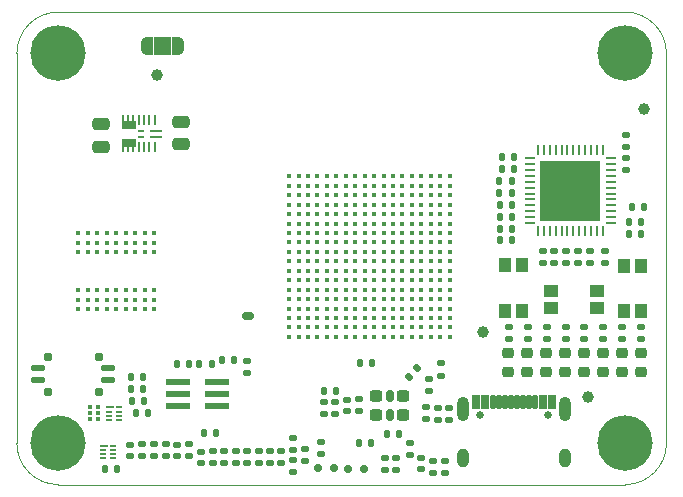
<source format=gts>
G04 #@! TF.GenerationSoftware,KiCad,Pcbnew,9.0.2+dfsg-1*
G04 #@! TF.CreationDate,2025-11-26T16:26:47+01:00*
G04 #@! TF.ProjectId,ulx5m-gs,756c7835-6d2d-4677-932e-6b696361645f,rev?*
G04 #@! TF.SameCoordinates,Original*
G04 #@! TF.FileFunction,Soldermask,Top*
G04 #@! TF.FilePolarity,Negative*
%FSLAX46Y46*%
G04 Gerber Fmt 4.6, Leading zero omitted, Abs format (unit mm)*
G04 Created by KiCad (PCBNEW 9.0.2+dfsg-1) date 2025-11-26 16:26:47*
%MOMM*%
%LPD*%
G01*
G04 APERTURE LIST*
G04 Aperture macros list*
%AMRoundRect*
0 Rectangle with rounded corners*
0 $1 Rounding radius*
0 $2 $3 $4 $5 $6 $7 $8 $9 X,Y pos of 4 corners*
0 Add a 4 corners polygon primitive as box body*
4,1,4,$2,$3,$4,$5,$6,$7,$8,$9,$2,$3,0*
0 Add four circle primitives for the rounded corners*
1,1,$1+$1,$2,$3*
1,1,$1+$1,$4,$5*
1,1,$1+$1,$6,$7*
1,1,$1+$1,$8,$9*
0 Add four rect primitives between the rounded corners*
20,1,$1+$1,$2,$3,$4,$5,0*
20,1,$1+$1,$4,$5,$6,$7,0*
20,1,$1+$1,$6,$7,$8,$9,0*
20,1,$1+$1,$8,$9,$2,$3,0*%
%AMFreePoly0*
4,1,23,0.550000,-0.750000,0.000000,-0.750000,0.000000,-0.745722,-0.065263,-0.745722,-0.191342,-0.711940,-0.304381,-0.646677,-0.396677,-0.554381,-0.461940,-0.441342,-0.495722,-0.315263,-0.495722,-0.250000,-0.500000,-0.250000,-0.500000,0.250000,-0.495722,0.250000,-0.495722,0.315263,-0.461940,0.441342,-0.396677,0.554381,-0.304381,0.646677,-0.191342,0.711940,-0.065263,0.745722,0.000000,0.745722,
0.000000,0.750000,0.550000,0.750000,0.550000,-0.750000,0.550000,-0.750000,$1*%
%AMFreePoly1*
4,1,23,0.000000,0.745722,0.065263,0.745722,0.191342,0.711940,0.304381,0.646677,0.396677,0.554381,0.461940,0.441342,0.495722,0.315263,0.495722,0.250000,0.500000,0.250000,0.500000,-0.250000,0.495722,-0.250000,0.495722,-0.315263,0.461940,-0.441342,0.396677,-0.554381,0.304381,-0.646677,0.191342,-0.711940,0.065263,-0.745722,0.000000,-0.745722,0.000000,-0.750000,-0.550000,-0.750000,
-0.550000,0.750000,0.000000,0.750000,0.000000,0.745722,0.000000,0.745722,$1*%
G04 Aperture macros list end*
%ADD10C,0.100000*%
%ADD11RoundRect,0.135000X0.185000X-0.135000X0.185000X0.135000X-0.185000X0.135000X-0.185000X-0.135000X0*%
%ADD12RoundRect,0.135000X0.135000X0.185000X-0.135000X0.185000X-0.135000X-0.185000X0.135000X-0.185000X0*%
%ADD13RoundRect,0.140000X-0.170000X0.140000X-0.170000X-0.140000X0.170000X-0.140000X0.170000X0.140000X0*%
%ADD14RoundRect,0.218750X-0.256250X0.218750X-0.256250X-0.218750X0.256250X-0.218750X0.256250X0.218750X0*%
%ADD15RoundRect,0.140000X0.170000X-0.140000X0.170000X0.140000X-0.170000X0.140000X-0.170000X-0.140000X0*%
%ADD16C,4.700000*%
%ADD17C,0.400000*%
%ADD18R,1.150000X1.050000*%
%ADD19RoundRect,0.135000X-0.185000X0.135000X-0.185000X-0.135000X0.185000X-0.135000X0.185000X0.135000X0*%
%ADD20RoundRect,0.250000X0.475000X-0.250000X0.475000X0.250000X-0.475000X0.250000X-0.475000X-0.250000X0*%
%ADD21RoundRect,0.135000X-0.135000X-0.185000X0.135000X-0.185000X0.135000X0.185000X-0.135000X0.185000X0*%
%ADD22C,1.000000*%
%ADD23RoundRect,0.135000X-0.035355X0.226274X-0.226274X0.035355X0.035355X-0.226274X0.226274X-0.035355X0*%
%ADD24RoundRect,0.150000X0.150000X0.200000X-0.150000X0.200000X-0.150000X-0.200000X0.150000X-0.200000X0*%
%ADD25R,0.650000X0.200000*%
%ADD26R,0.600000X0.200000*%
%ADD27RoundRect,0.147500X0.172500X-0.147500X0.172500X0.147500X-0.172500X0.147500X-0.172500X-0.147500X0*%
%ADD28C,0.650000*%
%ADD29RoundRect,0.070000X0.150000X0.500000X-0.150000X0.500000X-0.150000X-0.500000X0.150000X-0.500000X0*%
%ADD30RoundRect,0.070000X-0.150000X-0.500000X0.150000X-0.500000X0.150000X0.500000X-0.150000X0.500000X0*%
%ADD31RoundRect,0.070000X0.300000X0.500000X-0.300000X0.500000X-0.300000X-0.500000X0.300000X-0.500000X0*%
%ADD32RoundRect,0.070000X-0.300000X-0.500000X0.300000X-0.500000X0.300000X0.500000X-0.300000X0.500000X0*%
%ADD33O,1.000000X1.600000*%
%ADD34O,1.000000X2.100000*%
%ADD35R,1.050000X1.150000*%
%ADD36RoundRect,0.062500X-0.062500X0.375000X-0.062500X-0.375000X0.062500X-0.375000X0.062500X0.375000X0*%
%ADD37RoundRect,0.062500X-0.375000X0.062500X-0.375000X-0.062500X0.375000X-0.062500X0.375000X0.062500X0*%
%ADD38R,5.150000X5.150000*%
%ADD39RoundRect,0.250000X-0.275000X0.250000X-0.275000X-0.250000X0.275000X-0.250000X0.275000X0.250000X0*%
%ADD40RoundRect,0.162500X-0.162500X0.337500X-0.162500X-0.337500X0.162500X-0.337500X0.162500X0.337500X0*%
%ADD41RoundRect,0.125000X0.475000X0.125000X-0.475000X0.125000X-0.475000X-0.125000X0.475000X-0.125000X0*%
%ADD42RoundRect,0.175000X0.175000X0.175000X-0.175000X0.175000X-0.175000X-0.175000X0.175000X-0.175000X0*%
%ADD43FreePoly0,0.000000*%
%ADD44R,1.000000X1.500000*%
%ADD45FreePoly1,0.000000*%
%ADD46R,0.370000X0.425000*%
%ADD47RoundRect,0.150000X0.350000X0.150000X-0.350000X0.150000X-0.350000X-0.150000X0.350000X-0.150000X0*%
%ADD48R,0.203200X0.812800*%
%ADD49R,0.203200X0.508000*%
%ADD50R,1.092200X0.254000*%
%ADD51R,0.508000X0.254000*%
%ADD52R,2.000000X0.500000*%
%ADD53C,0.450000*%
G04 #@! TA.AperFunction,Profile*
%ADD54C,0.100000*%
G04 #@! TD*
G04 APERTURE END LIST*
G36*
X70785000Y-59590000D02*
G01*
X72285000Y-59590000D01*
X72285000Y-61090000D01*
X70785000Y-61090000D01*
X70785000Y-59590000D01*
G37*
D10*
X69176602Y-67325000D02*
X68073401Y-67325000D01*
X68073401Y-66727000D01*
X69176602Y-66727000D01*
X69176602Y-67325000D01*
G36*
X69176602Y-67325000D02*
G01*
X68073401Y-67325000D01*
X68073401Y-66727000D01*
X69176602Y-66727000D01*
X69176602Y-67325000D01*
G37*
X69176602Y-68823000D02*
X68073401Y-68823000D01*
X68073401Y-68225000D01*
X69176602Y-68225000D01*
X69176602Y-68823000D01*
G36*
X69176602Y-68823000D02*
G01*
X68073401Y-68823000D01*
X68073401Y-68225000D01*
X69176602Y-68225000D01*
X69176602Y-68823000D01*
G37*
D11*
X73810000Y-95090000D03*
X73810000Y-94070000D03*
D12*
X101270000Y-70740000D03*
X100250000Y-70740000D03*
D13*
X93870000Y-90930000D03*
X93870000Y-91890000D03*
D14*
X107230000Y-86352500D03*
X107230000Y-87927500D03*
D15*
X76760000Y-95630000D03*
X76760000Y-94670000D03*
D16*
X62710000Y-93980000D03*
D17*
X82260000Y-71380000D03*
X83060000Y-71380000D03*
X83860000Y-71380000D03*
X84660000Y-71380000D03*
X85460000Y-71380000D03*
X86260000Y-71380000D03*
X87060000Y-71380000D03*
X87860000Y-71380000D03*
X88660000Y-71380000D03*
X89460000Y-71380000D03*
X90260000Y-71380000D03*
X91060000Y-71380000D03*
X91860000Y-71380000D03*
X92660000Y-71380000D03*
X93460000Y-71380000D03*
X94260000Y-71380000D03*
X95060000Y-71380000D03*
X95860000Y-71380000D03*
X82260000Y-72180000D03*
X83060000Y-72180000D03*
X83860000Y-72180000D03*
X84660000Y-72180000D03*
X85460000Y-72180000D03*
X86260000Y-72180000D03*
X87060000Y-72180000D03*
X87860000Y-72180000D03*
X88660000Y-72180000D03*
X89460000Y-72180000D03*
X90260000Y-72180000D03*
X91060000Y-72180000D03*
X91860000Y-72180000D03*
X92660000Y-72180000D03*
X93460000Y-72180000D03*
X94260000Y-72180000D03*
X95060000Y-72180000D03*
X95860000Y-72180000D03*
X82260000Y-72980000D03*
X83060000Y-72980000D03*
X83860000Y-72980000D03*
X84660000Y-72980000D03*
X85460000Y-72980000D03*
X86260000Y-72980000D03*
X87060000Y-72980000D03*
X87860000Y-72980000D03*
X88660000Y-72980000D03*
X89460000Y-72980000D03*
X90260000Y-72980000D03*
X91060000Y-72980000D03*
X91860000Y-72980000D03*
X92660000Y-72980000D03*
X93460000Y-72980000D03*
X94260000Y-72980000D03*
X95060000Y-72980000D03*
X95860000Y-72980000D03*
X82260000Y-73780000D03*
X83060000Y-73780000D03*
X83860000Y-73780000D03*
X84660000Y-73780000D03*
X85460000Y-73780000D03*
X86260000Y-73780000D03*
X87060000Y-73780000D03*
X87860000Y-73780000D03*
X88660000Y-73780000D03*
X89460000Y-73780000D03*
X90260000Y-73780000D03*
X91060000Y-73780000D03*
X91860000Y-73780000D03*
X92660000Y-73780000D03*
X93460000Y-73780000D03*
X94260000Y-73780000D03*
X95060000Y-73780000D03*
X95860000Y-73780000D03*
X82260000Y-74580000D03*
X83060000Y-74580000D03*
X83860000Y-74580000D03*
X84660000Y-74580000D03*
X85460000Y-74580000D03*
X86260000Y-74580000D03*
X87060000Y-74580000D03*
X87860000Y-74580000D03*
X88660000Y-74580000D03*
X89460000Y-74580000D03*
X90260000Y-74580000D03*
X91060000Y-74580000D03*
X91860000Y-74580000D03*
X92660000Y-74580000D03*
X93460000Y-74580000D03*
X94260000Y-74580000D03*
X95060000Y-74580000D03*
X95860000Y-74580000D03*
X82260000Y-75380000D03*
X83060000Y-75380000D03*
X83860000Y-75380000D03*
X84660000Y-75380000D03*
X85460000Y-75380000D03*
X86260000Y-75380000D03*
X87060000Y-75380000D03*
X87860000Y-75380000D03*
X88660000Y-75380000D03*
X89460000Y-75380000D03*
X90260000Y-75380000D03*
X91060000Y-75380000D03*
X91860000Y-75380000D03*
X92660000Y-75380000D03*
X93460000Y-75380000D03*
X94260000Y-75380000D03*
X95060000Y-75380000D03*
X95860000Y-75380000D03*
X82260000Y-76180000D03*
X83060000Y-76180000D03*
X83860000Y-76180000D03*
X84660000Y-76180000D03*
X85460000Y-76180000D03*
X86260000Y-76180000D03*
X87060000Y-76180000D03*
X87860000Y-76180000D03*
X88660000Y-76180000D03*
X89460000Y-76180000D03*
X90260000Y-76180000D03*
X91060000Y-76180000D03*
X91860000Y-76180000D03*
X92660000Y-76180000D03*
X93460000Y-76180000D03*
X94260000Y-76180000D03*
X95060000Y-76180000D03*
X95860000Y-76180000D03*
X82260000Y-76980000D03*
X83060000Y-76980000D03*
X83860000Y-76980000D03*
X84660000Y-76980000D03*
X85460000Y-76980000D03*
X86260000Y-76980000D03*
X87060000Y-76980000D03*
X87860000Y-76980000D03*
X88660000Y-76980000D03*
X89460000Y-76980000D03*
X90260000Y-76980000D03*
X91060000Y-76980000D03*
X91860000Y-76980000D03*
X92660000Y-76980000D03*
X93460000Y-76980000D03*
X94260000Y-76980000D03*
X95060000Y-76980000D03*
X95860000Y-76980000D03*
X82260000Y-77780000D03*
X83060000Y-77780000D03*
X83860000Y-77780000D03*
X84660000Y-77780000D03*
X85460000Y-77780000D03*
X86260000Y-77780000D03*
X87060000Y-77780000D03*
X87860000Y-77780000D03*
X88660000Y-77780000D03*
X89460000Y-77780000D03*
X90260000Y-77780000D03*
X91060000Y-77780000D03*
X91860000Y-77780000D03*
X92660000Y-77780000D03*
X93460000Y-77780000D03*
X94260000Y-77780000D03*
X95060000Y-77780000D03*
X95860000Y-77780000D03*
X82260000Y-78580000D03*
X83060000Y-78580000D03*
X83860000Y-78580000D03*
X84660000Y-78580000D03*
X85460000Y-78580000D03*
X86260000Y-78580000D03*
X87060000Y-78580000D03*
X87860000Y-78580000D03*
X88660000Y-78580000D03*
X89460000Y-78580000D03*
X90260000Y-78580000D03*
X91060000Y-78580000D03*
X91860000Y-78580000D03*
X92660000Y-78580000D03*
X93460000Y-78580000D03*
X94260000Y-78580000D03*
X95060000Y-78580000D03*
X95860000Y-78580000D03*
X82260000Y-79380000D03*
X83060000Y-79380000D03*
X83860000Y-79380000D03*
X84660000Y-79380000D03*
X85460000Y-79380000D03*
X86260000Y-79380000D03*
X87060000Y-79380000D03*
X87860000Y-79380000D03*
X88660000Y-79380000D03*
X89460000Y-79380000D03*
X90260000Y-79380000D03*
X91060000Y-79380000D03*
X91860000Y-79380000D03*
X92660000Y-79380000D03*
X93460000Y-79380000D03*
X94260000Y-79380000D03*
X95060000Y-79380000D03*
X95860000Y-79380000D03*
X82260000Y-80180000D03*
X83060000Y-80180000D03*
X83860000Y-80180000D03*
X84660000Y-80180000D03*
X85460000Y-80180000D03*
X86260000Y-80180000D03*
X87060000Y-80180000D03*
X87860000Y-80180000D03*
X88660000Y-80180000D03*
X89460000Y-80180000D03*
X90260000Y-80180000D03*
X91060000Y-80180000D03*
X91860000Y-80180000D03*
X92660000Y-80180000D03*
X93460000Y-80180000D03*
X94260000Y-80180000D03*
X95060000Y-80180000D03*
X95860000Y-80180000D03*
X82260000Y-80980000D03*
X83060000Y-80980000D03*
X83860000Y-80980000D03*
X84660000Y-80980000D03*
X85460000Y-80980000D03*
X86260000Y-80980000D03*
X87060000Y-80980000D03*
X87860000Y-80980000D03*
X88660000Y-80980000D03*
X89460000Y-80980000D03*
X90260000Y-80980000D03*
X91060000Y-80980000D03*
X91860000Y-80980000D03*
X92660000Y-80980000D03*
X93460000Y-80980000D03*
X94260000Y-80980000D03*
X95060000Y-80980000D03*
X95860000Y-80980000D03*
X82260000Y-81780000D03*
X83060000Y-81780000D03*
X83860000Y-81780000D03*
X84660000Y-81780000D03*
X85460000Y-81780000D03*
X86260000Y-81780000D03*
X87060000Y-81780000D03*
X87860000Y-81780000D03*
X88660000Y-81780000D03*
X89460000Y-81780000D03*
X90260000Y-81780000D03*
X91060000Y-81780000D03*
X91860000Y-81780000D03*
X92660000Y-81780000D03*
X93460000Y-81780000D03*
X94260000Y-81780000D03*
X95060000Y-81780000D03*
X95860000Y-81780000D03*
X82260000Y-82580000D03*
X83060000Y-82580000D03*
X83860000Y-82580000D03*
X84660000Y-82580000D03*
X85460000Y-82580000D03*
X86260000Y-82580000D03*
X87060000Y-82580000D03*
X87860000Y-82580000D03*
X88660000Y-82580000D03*
X89460000Y-82580000D03*
X90260000Y-82580000D03*
X91060000Y-82580000D03*
X91860000Y-82580000D03*
X92660000Y-82580000D03*
X93460000Y-82580000D03*
X94260000Y-82580000D03*
X95060000Y-82580000D03*
X95860000Y-82580000D03*
X82260000Y-83380000D03*
X83060000Y-83380000D03*
X83860000Y-83380000D03*
X84660000Y-83380000D03*
X85460000Y-83380000D03*
X86260000Y-83380000D03*
X87060000Y-83380000D03*
X87860000Y-83380000D03*
X88660000Y-83380000D03*
X89460000Y-83380000D03*
X90260000Y-83380000D03*
X91060000Y-83380000D03*
X91860000Y-83380000D03*
X92660000Y-83380000D03*
X93460000Y-83380000D03*
X94260000Y-83380000D03*
X95060000Y-83380000D03*
X95860000Y-83380000D03*
X82260000Y-84180000D03*
X83060000Y-84180000D03*
X83860000Y-84180000D03*
X84660000Y-84180000D03*
X85460000Y-84180000D03*
X86260000Y-84180000D03*
X87060000Y-84180000D03*
X87860000Y-84180000D03*
X88660000Y-84180000D03*
X89460000Y-84180000D03*
X90260000Y-84180000D03*
X91060000Y-84180000D03*
X91860000Y-84180000D03*
X92660000Y-84180000D03*
X93460000Y-84180000D03*
X94260000Y-84180000D03*
X95060000Y-84180000D03*
X95860000Y-84180000D03*
X82260000Y-84980000D03*
X83060000Y-84980000D03*
X83860000Y-84980000D03*
X84660000Y-84980000D03*
X85460000Y-84980000D03*
X86260000Y-84980000D03*
X87060000Y-84980000D03*
X87860000Y-84980000D03*
X88660000Y-84980000D03*
X89460000Y-84980000D03*
X90260000Y-84980000D03*
X91060000Y-84980000D03*
X91860000Y-84980000D03*
X92660000Y-84980000D03*
X93460000Y-84980000D03*
X94260000Y-84980000D03*
X95060000Y-84980000D03*
X95860000Y-84980000D03*
D15*
X81610000Y-95630000D03*
X81610000Y-94670000D03*
D12*
X112045000Y-75290000D03*
X111025000Y-75290000D03*
D14*
X112030000Y-86352500D03*
X112030000Y-87927500D03*
D15*
X87160000Y-91240000D03*
X87160000Y-90280000D03*
D18*
X108298748Y-82540000D03*
X104448748Y-82540000D03*
X108298748Y-81090000D03*
X104448748Y-81090000D03*
D11*
X105670000Y-85157500D03*
X105670000Y-84137500D03*
D13*
X90370000Y-95250000D03*
X90370000Y-96210000D03*
D19*
X95430000Y-95500000D03*
X95430000Y-96520000D03*
D20*
X66355000Y-68860000D03*
X66355000Y-66960000D03*
D19*
X103715000Y-77690000D03*
X103715000Y-78710000D03*
D21*
X88260000Y-87210000D03*
X89280000Y-87210000D03*
D12*
X73750000Y-87280000D03*
X72730000Y-87280000D03*
D19*
X110775000Y-69820000D03*
X110775000Y-70840000D03*
X95150000Y-87230000D03*
X95150000Y-88250000D03*
D15*
X80640000Y-95630000D03*
X80640000Y-94670000D03*
D19*
X78660000Y-87030000D03*
X78660000Y-88050000D03*
D11*
X107260000Y-85157500D03*
X107260000Y-84137500D03*
D15*
X77730000Y-95630000D03*
X77730000Y-94670000D03*
D21*
X88140000Y-93990000D03*
X89160000Y-93990000D03*
D20*
X73105000Y-68660000D03*
X73105000Y-66760000D03*
D11*
X104080000Y-85157500D03*
X104080000Y-84137500D03*
D14*
X100830000Y-86352500D03*
X100830000Y-87927500D03*
D17*
X70821722Y-76220000D03*
X70821722Y-77020000D03*
X70821722Y-77820000D03*
X70821722Y-81020000D03*
X70821722Y-81820000D03*
X70821722Y-82620000D03*
X70021722Y-76220000D03*
X70021722Y-77020000D03*
X70021722Y-77820000D03*
X70021722Y-81020000D03*
X70021722Y-81820000D03*
X70021722Y-82620000D03*
X69221722Y-76220000D03*
X69221722Y-77020000D03*
X69221722Y-77820000D03*
X69221722Y-81020000D03*
X69221722Y-81820000D03*
X69221722Y-82620000D03*
X68421722Y-76220000D03*
X68421722Y-77020000D03*
X68421722Y-77820000D03*
X68421722Y-81020000D03*
X68421722Y-81820000D03*
X68421722Y-82620000D03*
X67621722Y-76220000D03*
X67621722Y-77020000D03*
X67621722Y-77820000D03*
X67621722Y-81020000D03*
X67621722Y-81820000D03*
X67621722Y-82620000D03*
X66821722Y-76220000D03*
X66821722Y-77020000D03*
X66821722Y-77820000D03*
X66821722Y-81020000D03*
X66821722Y-81820000D03*
X66821722Y-82620000D03*
X66021722Y-76220000D03*
X66021722Y-77020000D03*
X66021722Y-77820000D03*
X66021722Y-81020000D03*
X66021722Y-81820000D03*
X66021722Y-82620000D03*
X65221722Y-76220000D03*
X65221722Y-77020000D03*
X65221722Y-77820000D03*
X65221722Y-81020000D03*
X65221722Y-81820000D03*
X65221722Y-82620000D03*
X64421722Y-76220000D03*
X64421722Y-77020000D03*
X64421722Y-77820000D03*
X64421722Y-81020000D03*
X64421722Y-81820000D03*
X64421722Y-82620000D03*
D14*
X102430000Y-86352500D03*
X102430000Y-87927500D03*
D15*
X74810000Y-95650000D03*
X74810000Y-94690000D03*
D13*
X93440000Y-95230000D03*
X93440000Y-96190000D03*
D22*
X112290000Y-65710000D03*
D23*
X93090624Y-87649376D03*
X92369376Y-88370624D03*
D14*
X105630000Y-86352500D03*
X105630000Y-87927500D03*
D24*
X87220000Y-96130000D03*
X88620000Y-96130000D03*
D25*
X67075000Y-90950000D03*
D26*
X67050000Y-91300000D03*
X67050000Y-91650000D03*
X67050000Y-92000000D03*
X67850000Y-92000000D03*
X67850000Y-91650000D03*
X67850000Y-91300000D03*
X67850000Y-90950000D03*
D27*
X72810000Y-95067500D03*
X72810000Y-94097500D03*
D19*
X71814887Y-94072128D03*
X71814887Y-95092128D03*
D11*
X100900000Y-85157500D03*
X100900000Y-84137500D03*
D16*
X110710000Y-60980000D03*
D14*
X110430000Y-86352500D03*
X110430000Y-87927500D03*
X108830000Y-86352500D03*
X108830000Y-87927500D03*
D21*
X90540000Y-93180000D03*
X91560000Y-93180000D03*
D11*
X110440000Y-85157500D03*
X110440000Y-84137500D03*
D13*
X91310000Y-95250000D03*
X91310000Y-96210000D03*
D15*
X82580000Y-94530000D03*
X82580000Y-93570000D03*
D12*
X86220000Y-89580000D03*
X85200000Y-89580000D03*
D28*
X98410000Y-91618750D03*
X104190000Y-91618750D03*
D29*
X100050000Y-90513750D03*
X101050000Y-90513750D03*
D30*
X101550000Y-90513750D03*
X102550000Y-90513750D03*
X103050000Y-90513750D03*
X102050000Y-90513750D03*
D29*
X100550000Y-90513750D03*
X99550000Y-90513750D03*
D31*
X98075000Y-90513750D03*
D32*
X104525000Y-90513750D03*
D33*
X96982000Y-95268750D03*
D34*
X96982000Y-91088750D03*
X105618000Y-91088750D03*
D33*
X105618000Y-95268750D03*
D31*
X98850000Y-90513750D03*
D32*
X103750000Y-90513750D03*
D22*
X71095001Y-62817000D03*
D19*
X83580000Y-94480000D03*
X83580000Y-95500000D03*
D12*
X112045000Y-76300000D03*
X111025000Y-76300000D03*
X101120000Y-74810000D03*
X100100000Y-74810000D03*
D19*
X82590000Y-95430000D03*
X82590000Y-96450000D03*
X105725000Y-77680000D03*
X105725000Y-78700000D03*
D12*
X101120000Y-76810000D03*
X100100000Y-76810000D03*
D13*
X85210000Y-90530000D03*
X85210000Y-91490000D03*
D12*
X101090000Y-72810000D03*
X100070000Y-72810000D03*
D19*
X70784887Y-94072128D03*
X70784887Y-95092128D03*
D22*
X98690000Y-84550000D03*
D27*
X68760000Y-95070000D03*
X68760000Y-94100000D03*
D12*
X101270000Y-69740000D03*
X100250000Y-69740000D03*
D19*
X110775000Y-67900000D03*
X110775000Y-68920000D03*
D16*
X110710000Y-93980000D03*
D19*
X106725000Y-77680000D03*
X106725000Y-78700000D03*
D16*
X62710000Y-60980000D03*
D35*
X112065000Y-78945000D03*
X112065000Y-82795000D03*
X110615000Y-78945000D03*
X110615000Y-82795000D03*
D15*
X88140000Y-91230000D03*
X88140000Y-90270000D03*
D19*
X109005000Y-77690000D03*
X109005000Y-78710000D03*
D13*
X86180000Y-90530000D03*
X86180000Y-91490000D03*
D12*
X101090000Y-71810000D03*
X100070000Y-71810000D03*
D11*
X95780000Y-92000000D03*
X95780000Y-90980000D03*
X94840000Y-92000000D03*
X94840000Y-90980000D03*
D12*
X67690000Y-96140000D03*
X66670000Y-96140000D03*
D21*
X68920000Y-90390000D03*
X69940000Y-90390000D03*
X68880000Y-89380000D03*
X69900000Y-89380000D03*
D19*
X107725000Y-77690000D03*
X107725000Y-78710000D03*
D24*
X84680000Y-96120000D03*
X86080000Y-96120000D03*
D19*
X84970000Y-93850000D03*
X84970000Y-94870000D03*
D11*
X108850000Y-85157500D03*
X108850000Y-84137500D03*
D22*
X107560000Y-90090000D03*
D11*
X102490000Y-85157500D03*
X102490000Y-84137500D03*
D36*
X108822500Y-69152500D03*
X108322500Y-69152500D03*
X107822500Y-69152500D03*
X107322500Y-69152500D03*
X106822500Y-69152500D03*
X106322500Y-69152500D03*
X105822500Y-69152500D03*
X105322500Y-69152500D03*
X104822500Y-69152500D03*
X104322500Y-69152500D03*
X103822500Y-69152500D03*
X103322500Y-69152500D03*
D37*
X102635000Y-69840000D03*
X102635000Y-70340000D03*
X102635000Y-70840000D03*
X102635000Y-71340000D03*
X102635000Y-71840000D03*
X102635000Y-72340000D03*
X102635000Y-72840000D03*
X102635000Y-73340000D03*
X102635000Y-73840000D03*
X102635000Y-74340000D03*
X102635000Y-74840000D03*
X102635000Y-75340000D03*
D36*
X103322500Y-76027500D03*
X103822500Y-76027500D03*
X104322500Y-76027500D03*
X104822500Y-76027500D03*
X105322500Y-76027500D03*
X105822500Y-76027500D03*
X106322500Y-76027500D03*
X106822500Y-76027500D03*
X107322500Y-76027500D03*
X107822500Y-76027500D03*
X108322500Y-76027500D03*
X108822500Y-76027500D03*
D37*
X109510000Y-75340000D03*
X109510000Y-74840000D03*
X109510000Y-74340000D03*
X109510000Y-73840000D03*
X109510000Y-73340000D03*
X109510000Y-72840000D03*
X109510000Y-72340000D03*
X109510000Y-71840000D03*
X109510000Y-71340000D03*
X109510000Y-70840000D03*
X109510000Y-70340000D03*
X109510000Y-69840000D03*
D38*
X106072500Y-72590000D03*
D39*
X91905000Y-89970000D03*
D40*
X90780000Y-89970000D03*
D39*
X89655000Y-89970000D03*
X89655000Y-91570000D03*
D40*
X90780000Y-91570000D03*
D39*
X91905000Y-91570000D03*
D35*
X101955000Y-78905000D03*
X101955000Y-82755000D03*
X100505000Y-78905000D03*
X100505000Y-82755000D03*
D11*
X94430000Y-96510000D03*
X94430000Y-95490000D03*
D41*
X66940000Y-88640000D03*
X66940000Y-87640000D03*
X61040000Y-87640000D03*
X61040000Y-88640000D03*
D42*
X66140000Y-89640000D03*
X66140000Y-86640000D03*
X61840000Y-89640000D03*
X61840000Y-86640000D03*
D19*
X69770000Y-94070000D03*
X69770000Y-95090000D03*
D15*
X78690000Y-95630000D03*
X78690000Y-94670000D03*
D12*
X70350000Y-91410000D03*
X69330000Y-91410000D03*
D15*
X75780000Y-95640000D03*
X75780000Y-94680000D03*
D12*
X101120000Y-75810000D03*
X100100000Y-75810000D03*
X101120000Y-73810000D03*
X100100000Y-73810000D03*
X77620000Y-86970000D03*
X76600000Y-86970000D03*
X69890000Y-88370000D03*
X68870000Y-88370000D03*
D11*
X112030000Y-85157500D03*
X112030000Y-84137500D03*
D43*
X70235000Y-60340000D03*
D44*
X71535000Y-60340000D03*
D45*
X72835000Y-60340000D03*
D19*
X94140000Y-88530000D03*
X94140000Y-89550000D03*
D21*
X75040000Y-93090000D03*
X76060000Y-93090000D03*
D25*
X66565000Y-94210000D03*
D26*
X66540000Y-94560000D03*
X66540000Y-94910000D03*
X66540000Y-95260000D03*
X67340000Y-95260000D03*
X67340000Y-94910000D03*
X67340000Y-94560000D03*
X67340000Y-94210000D03*
D46*
X65390000Y-90910000D03*
X65390000Y-91410000D03*
X65390000Y-91910000D03*
X66064000Y-91910000D03*
X66064000Y-91410000D03*
X66064000Y-90910000D03*
D19*
X104715000Y-77690000D03*
X104715000Y-78710000D03*
D47*
X78780000Y-83190000D03*
D12*
X75690000Y-87270000D03*
X74670000Y-87270000D03*
D14*
X104030000Y-86352500D03*
X104030000Y-87927500D03*
D48*
X70875001Y-66625000D03*
X70425002Y-66625000D03*
X69975000Y-66625000D03*
X69525001Y-66625000D03*
D49*
X69075002Y-66473000D03*
X68625000Y-66473000D03*
X68175001Y-66473000D03*
X68175001Y-69077000D03*
X68625000Y-69077000D03*
X69075002Y-69077000D03*
D48*
X69525001Y-68925000D03*
X69975000Y-68925000D03*
X70425002Y-68925000D03*
X70875001Y-68925000D03*
D50*
X71025001Y-68025000D03*
X71025001Y-67525000D03*
D51*
X69750002Y-67525000D03*
X69750002Y-68025000D03*
D15*
X79670000Y-95630000D03*
X79670000Y-94670000D03*
D52*
X76150000Y-90830000D03*
X72850000Y-90830000D03*
X76150000Y-89830000D03*
X72850000Y-89830000D03*
X76150000Y-88830000D03*
X72850000Y-88830000D03*
D12*
X112335000Y-73950000D03*
X111315000Y-73950000D03*
D13*
X92460000Y-94000000D03*
X92460000Y-94960000D03*
D53*
X72855000Y-88835000D03*
X76150000Y-88830000D03*
X76150000Y-90830000D03*
X72850000Y-90830000D03*
X76150000Y-89830000D03*
X72850000Y-89830000D03*
D54*
X62710000Y-57480000D02*
X110710000Y-57480000D01*
X62710000Y-97480000D02*
X110710000Y-97480000D01*
X114210000Y-93980000D02*
G75*
G02*
X110710000Y-97480000I-3500000J0D01*
G01*
X110710000Y-57480000D02*
G75*
G02*
X114210000Y-60980000I0J-3500000D01*
G01*
X114210000Y-93980000D02*
X114210000Y-60980000D01*
X59210000Y-60980000D02*
G75*
G02*
X62710000Y-57480000I3500000J0D01*
G01*
X62710000Y-97480000D02*
G75*
G02*
X59210000Y-93980000I0J3500000D01*
G01*
X59210000Y-60980000D02*
X59210000Y-93980000D01*
M02*

</source>
